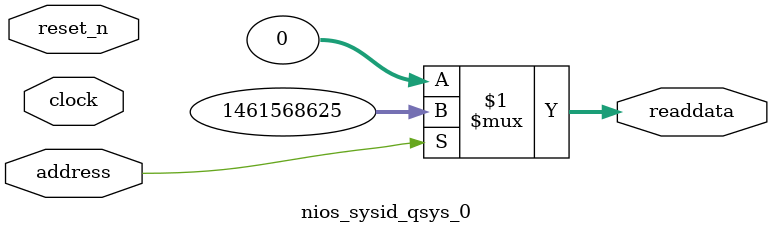
<source format=v>

`timescale 1ns / 1ps
// synthesis translate_on

// turn off superfluous verilog processor warnings 
// altera message_level Level1 
// altera message_off 10034 10035 10036 10037 10230 10240 10030 

module nios_sysid_qsys_0 (
               // inputs:
                address,
                clock,
                reset_n,

               // outputs:
                readdata
             )
;

  output  [ 31: 0] readdata;
  input            address;
  input            clock;
  input            reset_n;

  wire    [ 31: 0] readdata;
  //control_slave, which is an e_avalon_slave
  assign readdata = address ? 1461568625 : 0;

endmodule




</source>
